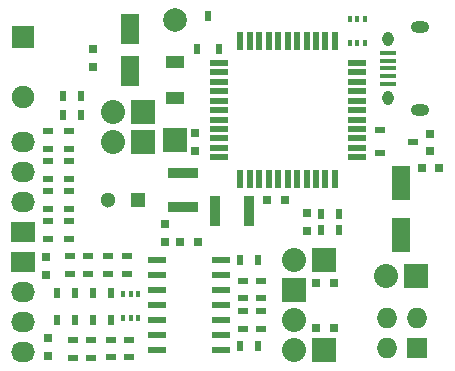
<source format=gbr>
G04 #@! TF.FileFunction,Soldermask,Top*
%FSLAX46Y46*%
G04 Gerber Fmt 4.6, Leading zero omitted, Abs format (unit mm)*
G04 Created by KiCad (PCBNEW 4.0.1-stable) date 24/03/2016 3:42:33 PM*
%MOMM*%
G01*
G04 APERTURE LIST*
%ADD10C,0.100000*%
%ADD11R,0.800000X0.750000*%
%ADD12R,0.750000X0.800000*%
%ADD13C,1.300000*%
%ADD14R,1.300000X1.300000*%
%ADD15C,1.998980*%
%ADD16R,1.998980X1.998980*%
%ADD17R,1.600000X1.000000*%
%ADD18R,1.600000X0.560000*%
%ADD19R,0.560000X1.600000*%
%ADD20R,1.905000X1.905000*%
%ADD21C,1.905000*%
%ADD22R,0.900000X2.500000*%
%ADD23R,2.500000X0.900000*%
%ADD24R,2.032000X2.032000*%
%ADD25O,2.032000X2.032000*%
%ADD26R,1.350000X0.400000*%
%ADD27O,0.950000X1.250000*%
%ADD28O,1.550000X1.000000*%
%ADD29R,2.032000X1.727200*%
%ADD30O,2.032000X1.727200*%
%ADD31R,1.727200X1.727200*%
%ADD32O,1.727200X1.727200*%
%ADD33R,0.600000X0.900000*%
%ADD34R,0.900000X0.500000*%
%ADD35R,0.500000X0.900000*%
%ADD36R,0.900000X0.600000*%
%ADD37R,1.500000X0.600000*%
%ADD38R,0.304800X0.508000*%
%ADD39R,1.600200X2.999740*%
%ADD40R,1.600200X2.600960*%
G04 APERTURE END LIST*
D10*
D11*
X106795000Y-122555000D03*
X105295000Y-122555000D03*
X106795000Y-118745000D03*
X105295000Y-118745000D03*
D12*
X114887200Y-107633200D03*
X114887200Y-106133200D03*
D11*
X114213400Y-109029500D03*
X115713400Y-109029500D03*
D12*
X104521000Y-114351500D03*
X104521000Y-112851500D03*
D11*
X95238000Y-115316000D03*
X93738000Y-115316000D03*
X102604000Y-111760000D03*
X101104000Y-111760000D03*
D12*
X86360000Y-98945000D03*
X86360000Y-100445000D03*
X95059500Y-107557000D03*
X95059500Y-106057000D03*
X82423000Y-118098000D03*
X82423000Y-116598000D03*
X82550000Y-124956000D03*
X82550000Y-123456000D03*
D13*
X87670000Y-111760000D03*
D14*
X90170000Y-111760000D03*
D12*
X92456000Y-113804000D03*
X92456000Y-115304000D03*
D15*
X93342460Y-96520000D03*
D16*
X93342460Y-106680000D03*
D17*
X93345000Y-103100000D03*
X93345000Y-100100000D03*
D18*
X108720000Y-108140000D03*
X108720000Y-107340000D03*
X108720000Y-106540000D03*
X108720000Y-105740000D03*
X108720000Y-104940000D03*
X108720000Y-104140000D03*
X108720000Y-103340000D03*
X108720000Y-102540000D03*
X108720000Y-101740000D03*
X108720000Y-100940000D03*
X108720000Y-100140000D03*
D19*
X106870000Y-98290000D03*
X106070000Y-98290000D03*
X105270000Y-98290000D03*
X104470000Y-98290000D03*
X103670000Y-98290000D03*
X102870000Y-98290000D03*
X102070000Y-98290000D03*
X101270000Y-98290000D03*
X100470000Y-98290000D03*
X99670000Y-98290000D03*
X98870000Y-98290000D03*
D18*
X97020000Y-100140000D03*
X97020000Y-100940000D03*
X97020000Y-101740000D03*
X97020000Y-102540000D03*
X97020000Y-103340000D03*
X97020000Y-104140000D03*
X97020000Y-104940000D03*
X97020000Y-105740000D03*
X97020000Y-106540000D03*
X97020000Y-107340000D03*
X97020000Y-108140000D03*
D19*
X98870000Y-109990000D03*
X99670000Y-109990000D03*
X100470000Y-109990000D03*
X101270000Y-109990000D03*
X102070000Y-109990000D03*
X102870000Y-109990000D03*
X103670000Y-109990000D03*
X104470000Y-109990000D03*
X105270000Y-109990000D03*
X106070000Y-109990000D03*
X106870000Y-109990000D03*
D20*
X80444800Y-97917000D03*
D21*
X80444800Y-102997000D03*
D22*
X96721000Y-112649000D03*
X99621000Y-112649000D03*
D23*
X93980000Y-112321000D03*
X93980000Y-109421000D03*
D24*
X105918000Y-124460000D03*
D25*
X103378000Y-124460000D03*
D26*
X111340460Y-101910300D03*
X111340460Y-101260300D03*
X111340460Y-100610300D03*
X111340460Y-99960300D03*
X111340460Y-99310300D03*
D27*
X111340460Y-103110300D03*
X111340460Y-98110300D03*
D28*
X114040460Y-104110300D03*
X114040460Y-97110300D03*
D29*
X80444800Y-114427000D03*
D30*
X80444800Y-111887000D03*
X80444800Y-109347000D03*
X80444800Y-106807000D03*
D31*
X113795000Y-124307600D03*
D32*
X111255000Y-124307600D03*
X113795000Y-121767600D03*
X111255000Y-121767600D03*
D24*
X105918000Y-116840000D03*
D25*
X103378000Y-116840000D03*
D29*
X80444800Y-116967000D03*
D30*
X80444800Y-119507000D03*
X80444800Y-122047000D03*
X80444800Y-124587000D03*
D24*
X113706100Y-118224300D03*
D25*
X111166100Y-118224300D03*
D24*
X103378000Y-119380000D03*
D25*
X103378000Y-121920000D03*
D33*
X96139000Y-96136000D03*
X97089000Y-98936000D03*
X95189000Y-98936000D03*
D34*
X99060000Y-122670000D03*
X99060000Y-121170000D03*
X99060000Y-118566500D03*
X99060000Y-120066500D03*
X100647500Y-122670000D03*
X100647500Y-121170000D03*
X100647500Y-120066500D03*
X100647500Y-118566500D03*
D35*
X105676000Y-114300000D03*
X107176000Y-114300000D03*
X105676000Y-112903000D03*
X107176000Y-112903000D03*
D34*
X82550000Y-105930000D03*
X82550000Y-107430000D03*
X82550000Y-108470000D03*
X82550000Y-109970000D03*
X82550000Y-111010000D03*
X82550000Y-112510000D03*
X82550000Y-113550000D03*
X82550000Y-115050000D03*
X84328000Y-107430000D03*
X84328000Y-105930000D03*
X84328000Y-109970000D03*
X84328000Y-108470000D03*
X84328000Y-112510000D03*
X84328000Y-111010000D03*
X84328000Y-115050000D03*
X84328000Y-113550000D03*
X89395300Y-123570300D03*
X89395300Y-125070300D03*
X87871300Y-123570300D03*
X87871300Y-125070300D03*
X89281000Y-117971000D03*
X89281000Y-116471000D03*
X87630000Y-117971000D03*
X87630000Y-116471000D03*
D35*
X86372000Y-119634000D03*
X87872000Y-119634000D03*
X86372000Y-121920000D03*
X87872000Y-121920000D03*
X98818000Y-124079000D03*
X100318000Y-124079000D03*
D34*
X84455000Y-117971000D03*
X84455000Y-116471000D03*
X84709000Y-123583000D03*
X84709000Y-125083000D03*
D35*
X83324000Y-119634000D03*
X84824000Y-119634000D03*
X83324000Y-121920000D03*
X84824000Y-121920000D03*
X85332000Y-102946200D03*
X83832000Y-102946200D03*
X83832000Y-104546400D03*
X85332000Y-104546400D03*
X100318000Y-116840000D03*
X98818000Y-116840000D03*
D34*
X85979000Y-116471000D03*
X85979000Y-117971000D03*
X86233000Y-123583000D03*
X86233000Y-125083000D03*
D36*
X113464800Y-106807000D03*
X110664800Y-107757000D03*
X110664800Y-105857000D03*
D37*
X97213400Y-124485400D03*
X97213400Y-123215400D03*
X97213400Y-121945400D03*
X97213400Y-120675400D03*
X97213400Y-119405400D03*
X97213400Y-118135400D03*
X97213400Y-116865400D03*
X91813400Y-116865400D03*
X91813400Y-118135400D03*
X91813400Y-119405400D03*
X91813400Y-120675400D03*
X91813400Y-121945400D03*
X91813400Y-123215400D03*
X91813400Y-124485400D03*
D38*
X90195400Y-119710200D03*
X88925400Y-119710200D03*
X90195400Y-121742200D03*
X89560400Y-119710200D03*
X88925400Y-121742200D03*
X89560400Y-121742200D03*
X108140500Y-98488500D03*
X109410500Y-98488500D03*
X108140500Y-96456500D03*
X108775500Y-98488500D03*
X109410500Y-96456500D03*
X108775500Y-96456500D03*
D39*
X112448800Y-114696240D03*
X112448800Y-110296960D03*
D40*
X89535000Y-97259140D03*
X89535000Y-100860860D03*
D24*
X90604800Y-106807000D03*
D25*
X88064800Y-106807000D03*
D24*
X90604800Y-104267000D03*
D25*
X88064800Y-104267000D03*
M02*

</source>
